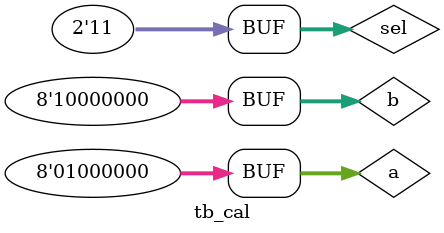
<source format=v>
`timescale 1ns / 1ps


module tb_cal();
reg [7:0] a,b;
reg [1:0] sel;
wire c, aGreaterb, aEqualb, aLessb;
wire [7:0] r;

Calculator cal(.a(a), .b(b), .sel(sel), .c(c), .r(r), .aGreaterb(aGreaterb), .aEqualb(aEqualb), .aLessb(aLessb));

initial 
    begin
#5
    a[0]= 0; b[0] = 0; sel = 2'b00;
    a[1]= 0; b[1] = 0;
    a[2]= 0; b[2] = 0;
    a[3]= 0; b[3] = 0;
    a[4]= 0; b[4] = 0;
    a[5]= 0; b[5] = 0;
    a[6]= 0; b[6] = 1;
    a[7]= 1; b[7] = 0;
#5
    a[0]= 0; b[0] = 0; sel = 2'b01;
    a[1]= 0; b[1] = 0;
    a[2]= 0; b[2] = 0;
    a[3]= 0; b[3] = 0;
    a[4]= 0; b[4] = 0;
    a[5]= 0; b[5] = 0;
    a[6]= 0; b[6] = 1;
    a[7]= 1; b[7] = 0;
#5
    a[0]= 0; b[0] = 0; sel = 2'b10;
    a[1]= 0; b[1] = 0;
    a[2]= 0; b[2] = 0;
    a[3]= 0; b[3] = 0;
    a[4]= 0; b[4] = 0;
    a[5]= 0; b[5] = 0;
    a[6]= 0; b[6] = 1;
    a[7]= 1; b[7] = 0;
#5
    a[0]= 0; b[0] = 0; sel = 2'b11;
    a[1]= 0; b[1] = 0;
    a[2]= 0; b[2] = 0;
    a[3]= 0; b[3] = 0;
    a[4]= 0; b[4] = 0;
    a[5]= 0; b[5] = 0;
    a[6]= 0; b[6] = 1;
    a[7]= 1; b[7] = 0;
#5
    a[0]= 0; b[0] = 0; sel = 2'b11;
    a[1]= 0; b[1] = 0;
    a[2]= 0; b[2] = 0;
    a[3]= 0; b[3] = 0;
    a[4]= 0; b[4] = 0;
    a[5]= 0; b[5] = 0;
    a[6]= 0; b[6] = 0;
    a[7]= 1; b[7] = 1;
#5
    a[0]= 0; b[0] = 0; sel = 2'b11;
    a[1]= 0; b[1] = 0;
    a[2]= 0; b[2] = 0;
    a[3]= 0; b[3] = 0;
    a[4]= 0; b[4] = 0;
    a[5]= 0; b[5] = 0;
    a[6]= 1; b[6] = 0;
    a[7]= 0; b[7] = 1;
    end
endmodule
</source>
